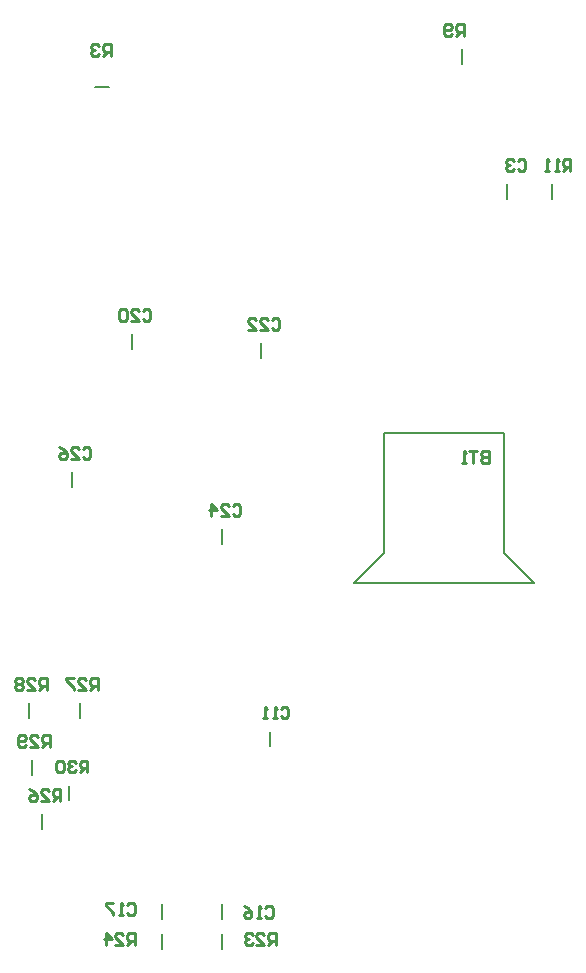
<source format=gbo>
%FSLAX25Y25*%
%MOIN*%
G70*
G01*
G75*
G04 Layer_Color=32896*
%ADD10R,0.07874X0.03937*%
%ADD11C,0.03937*%
%ADD12O,0.02756X0.09843*%
%ADD13R,0.03248X0.01181*%
%ADD14R,0.01181X0.03248*%
%ADD15R,0.04724X0.05512*%
%ADD16R,0.04528X0.02362*%
%ADD17R,0.20276X0.09252*%
%ADD18R,0.05512X0.04724*%
%ADD19R,0.02362X0.04528*%
%ADD20R,0.11221X0.08465*%
%ADD21R,0.08465X0.11221*%
%ADD22R,0.04134X0.09449*%
%ADD23R,0.41929X0.35039*%
%ADD24R,0.12992X0.09449*%
%ADD25R,0.03937X0.09449*%
%ADD26O,0.08858X0.02362*%
%ADD27R,0.09449X0.04134*%
%ADD28R,0.35039X0.41929*%
%ADD29R,0.06693X0.06693*%
%ADD30O,0.00984X0.06102*%
%ADD31O,0.06102X0.00984*%
%ADD32C,0.01500*%
%ADD33C,0.03000*%
%ADD34C,0.03937*%
%ADD35C,0.01000*%
%ADD36C,0.02000*%
%ADD37C,0.07874*%
%ADD38C,0.11811*%
%ADD39C,0.11811*%
%ADD40C,0.04724*%
%ADD41C,0.05906*%
%ADD42R,0.05906X0.05906*%
%ADD43C,0.11000*%
%ADD44C,0.06299*%
%ADD45C,0.15748*%
%ADD46R,0.04724X0.04724*%
%ADD47R,0.07874X0.07874*%
%ADD48C,0.07874*%
%ADD49O,0.07874X0.03937*%
%ADD50O,0.07874X0.03937*%
%ADD51C,0.06693*%
%ADD52C,0.09000*%
%ADD53C,0.02000*%
%ADD54C,0.03800*%
%ADD55C,0.02500*%
%ADD56C,0.05000*%
%ADD57C,0.02800*%
%ADD58C,0.04000*%
%ADD59R,0.11811X0.11811*%
%ADD60C,0.19685*%
%ADD61C,0.00984*%
%ADD62C,0.02362*%
%ADD63C,0.00787*%
%ADD64C,0.00800*%
%ADD65R,0.08674X0.04737*%
%ADD66C,0.04737*%
%ADD67O,0.03556X0.10642*%
%ADD68R,0.04048X0.01981*%
%ADD69R,0.01981X0.04048*%
%ADD70R,0.05524X0.06312*%
%ADD71R,0.05328X0.03162*%
%ADD72R,0.21076X0.10052*%
%ADD73R,0.06312X0.05524*%
%ADD74R,0.03162X0.05328*%
%ADD75R,0.12020X0.09265*%
%ADD76R,0.09265X0.12020*%
%ADD77R,0.04934X0.10249*%
%ADD78R,0.42729X0.35839*%
%ADD79R,0.13792X0.10249*%
%ADD80R,0.04737X0.10249*%
%ADD81O,0.09658X0.03162*%
%ADD82R,0.10249X0.04934*%
%ADD83R,0.35839X0.42729*%
%ADD84R,0.07493X0.07493*%
%ADD85O,0.01784X0.06902*%
%ADD86O,0.06902X0.01784*%
%ADD87C,0.12611*%
%ADD88C,0.05524*%
%ADD89C,0.06706*%
%ADD90R,0.06706X0.06706*%
%ADD91C,0.11800*%
%ADD92C,0.07099*%
%ADD93C,0.16548*%
%ADD94R,0.05524X0.05524*%
%ADD95R,0.08674X0.08674*%
%ADD96C,0.08674*%
%ADD97O,0.08674X0.04737*%
%ADD98O,0.08674X0.04737*%
%ADD99C,0.07493*%
%ADD100C,0.09800*%
%ADD101C,0.04600*%
%ADD102C,0.03300*%
%ADD103C,0.05800*%
%ADD104C,0.03600*%
%ADD105C,0.04800*%
%ADD106R,0.12611X0.12611*%
D35*
X449000Y338436D02*
Y334500D01*
X447032D01*
X446376Y335156D01*
Y335812D01*
X447032Y336468D01*
X449000D01*
X447032D01*
X446376Y337124D01*
Y337780D01*
X447032Y338436D01*
X449000D01*
X445064D02*
X442440D01*
X443752D01*
Y334500D01*
X441128D02*
X439817D01*
X440473D01*
Y338436D01*
X441128Y337780D01*
X458476Y435180D02*
X459132Y435836D01*
X460444D01*
X461100Y435180D01*
Y432556D01*
X460444Y431900D01*
X459132D01*
X458476Y432556D01*
X457164Y435180D02*
X456508Y435836D01*
X455196D01*
X454540Y435180D01*
Y434524D01*
X455196Y433868D01*
X455852D01*
X455196D01*
X454540Y433212D01*
Y432556D01*
X455196Y431900D01*
X456508D01*
X457164Y432556D01*
X379476Y252680D02*
X380132Y253336D01*
X381444D01*
X382100Y252680D01*
Y250056D01*
X381444Y249400D01*
X380132D01*
X379476Y250056D01*
X378164Y249400D02*
X376852D01*
X377508D01*
Y253336D01*
X378164Y252680D01*
X374885Y249400D02*
X373573D01*
X374229D01*
Y253336D01*
X374885Y252680D01*
X374376Y186280D02*
X375032Y186936D01*
X376344D01*
X377000Y186280D01*
Y183656D01*
X376344Y183000D01*
X375032D01*
X374376Y183656D01*
X373064Y183000D02*
X371752D01*
X372408D01*
Y186936D01*
X373064Y186280D01*
X367161Y186936D02*
X368473Y186280D01*
X369784Y184968D01*
Y183656D01*
X369128Y183000D01*
X367817D01*
X367161Y183656D01*
Y184312D01*
X367817Y184968D01*
X369784D01*
X328376Y187280D02*
X329032Y187936D01*
X330344D01*
X331000Y187280D01*
Y184656D01*
X330344Y184000D01*
X329032D01*
X328376Y184656D01*
X327064Y184000D02*
X325752D01*
X326408D01*
Y187936D01*
X327064Y187280D01*
X323784Y187936D02*
X321161D01*
Y187280D01*
X323784Y184656D01*
Y184000D01*
X333476Y385180D02*
X334132Y385836D01*
X335444D01*
X336100Y385180D01*
Y382556D01*
X335444Y381900D01*
X334132D01*
X333476Y382556D01*
X329540Y381900D02*
X332164D01*
X329540Y384524D01*
Y385180D01*
X330196Y385836D01*
X331508D01*
X332164Y385180D01*
X328228D02*
X327573Y385836D01*
X326261D01*
X325605Y385180D01*
Y382556D01*
X326261Y381900D01*
X327573D01*
X328228Y382556D01*
Y385180D01*
X376476Y382180D02*
X377132Y382836D01*
X378444D01*
X379100Y382180D01*
Y379556D01*
X378444Y378900D01*
X377132D01*
X376476Y379556D01*
X372540Y378900D02*
X375164D01*
X372540Y381524D01*
Y382180D01*
X373196Y382836D01*
X374508D01*
X375164Y382180D01*
X368605Y378900D02*
X371229D01*
X368605Y381524D01*
Y382180D01*
X369261Y382836D01*
X370573D01*
X371229Y382180D01*
X363476Y320180D02*
X364132Y320836D01*
X365444D01*
X366100Y320180D01*
Y317556D01*
X365444Y316900D01*
X364132D01*
X363476Y317556D01*
X359540Y316900D02*
X362164D01*
X359540Y319524D01*
Y320180D01*
X360196Y320836D01*
X361508D01*
X362164Y320180D01*
X356261Y316900D02*
Y320836D01*
X358228Y318868D01*
X355605D01*
X313476Y339180D02*
X314132Y339836D01*
X315444D01*
X316100Y339180D01*
Y336556D01*
X315444Y335900D01*
X314132D01*
X313476Y336556D01*
X309540Y335900D02*
X312164D01*
X309540Y338524D01*
Y339180D01*
X310196Y339836D01*
X311508D01*
X312164Y339180D01*
X305605Y339836D02*
X306917Y339180D01*
X308228Y337868D01*
Y336556D01*
X307573Y335900D01*
X306261D01*
X305605Y336556D01*
Y337212D01*
X306261Y337868D01*
X308228D01*
X322900Y470100D02*
Y474036D01*
X320932D01*
X320276Y473380D01*
Y472068D01*
X320932Y471412D01*
X322900D01*
X321588D02*
X320276Y470100D01*
X318964Y473380D02*
X318308Y474036D01*
X316996D01*
X316340Y473380D01*
Y472724D01*
X316996Y472068D01*
X317652D01*
X316996D01*
X316340Y471412D01*
Y470756D01*
X316996Y470100D01*
X318308D01*
X318964Y470756D01*
X440500Y476900D02*
Y480836D01*
X438532D01*
X437876Y480180D01*
Y478868D01*
X438532Y478212D01*
X440500D01*
X439188D02*
X437876Y476900D01*
X436564Y477556D02*
X435908Y476900D01*
X434596D01*
X433940Y477556D01*
Y480180D01*
X434596Y480836D01*
X435908D01*
X436564Y480180D01*
Y479524D01*
X435908Y478868D01*
X433940D01*
X476100Y431900D02*
Y435836D01*
X474132D01*
X473476Y435180D01*
Y433868D01*
X474132Y433212D01*
X476100D01*
X474788D02*
X473476Y431900D01*
X472164D02*
X470852D01*
X471508D01*
Y435836D01*
X472164Y435180D01*
X468885Y431900D02*
X467573D01*
X468228D01*
Y435836D01*
X468885Y435180D01*
X378000Y174000D02*
Y177936D01*
X376032D01*
X375376Y177280D01*
Y175968D01*
X376032Y175312D01*
X378000D01*
X376688D02*
X375376Y174000D01*
X371440D02*
X374064D01*
X371440Y176624D01*
Y177280D01*
X372096Y177936D01*
X373408D01*
X374064Y177280D01*
X370128D02*
X369473Y177936D01*
X368161D01*
X367505Y177280D01*
Y176624D01*
X368161Y175968D01*
X368817D01*
X368161D01*
X367505Y175312D01*
Y174656D01*
X368161Y174000D01*
X369473D01*
X370128Y174656D01*
X331000Y173783D02*
Y177719D01*
X329032D01*
X328376Y177063D01*
Y175751D01*
X329032Y175095D01*
X331000D01*
X329688D02*
X328376Y173783D01*
X324440D02*
X327064D01*
X324440Y176407D01*
Y177063D01*
X325096Y177719D01*
X326408D01*
X327064Y177063D01*
X321161Y173783D02*
Y177719D01*
X323129Y175751D01*
X320505D01*
X306100Y221900D02*
Y225836D01*
X304132D01*
X303476Y225180D01*
Y223868D01*
X304132Y223212D01*
X306100D01*
X304788D02*
X303476Y221900D01*
X299540D02*
X302164D01*
X299540Y224524D01*
Y225180D01*
X300196Y225836D01*
X301508D01*
X302164Y225180D01*
X295605Y225836D02*
X296917Y225180D01*
X298229Y223868D01*
Y222556D01*
X297573Y221900D01*
X296261D01*
X295605Y222556D01*
Y223212D01*
X296261Y223868D01*
X298229D01*
X318600Y258900D02*
Y262836D01*
X316632D01*
X315976Y262180D01*
Y260868D01*
X316632Y260212D01*
X318600D01*
X317288D02*
X315976Y258900D01*
X312040D02*
X314664D01*
X312040Y261524D01*
Y262180D01*
X312696Y262836D01*
X314008D01*
X314664Y262180D01*
X310729Y262836D02*
X308105D01*
Y262180D01*
X310729Y259556D01*
Y258900D01*
X301600D02*
Y262836D01*
X299632D01*
X298976Y262180D01*
Y260868D01*
X299632Y260212D01*
X301600D01*
X300288D02*
X298976Y258900D01*
X295040D02*
X297664D01*
X295040Y261524D01*
Y262180D01*
X295696Y262836D01*
X297008D01*
X297664Y262180D01*
X293728D02*
X293073Y262836D01*
X291761D01*
X291105Y262180D01*
Y261524D01*
X291761Y260868D01*
X291105Y260212D01*
Y259556D01*
X291761Y258900D01*
X293073D01*
X293728Y259556D01*
Y260212D01*
X293073Y260868D01*
X293728Y261524D01*
Y262180D01*
X293073Y260868D02*
X291761D01*
X302600Y239900D02*
Y243836D01*
X300632D01*
X299976Y243180D01*
Y241868D01*
X300632Y241212D01*
X302600D01*
X301288D02*
X299976Y239900D01*
X296040D02*
X298664D01*
X296040Y242524D01*
Y243180D01*
X296696Y243836D01*
X298008D01*
X298664Y243180D01*
X294728Y240556D02*
X294073Y239900D01*
X292761D01*
X292105Y240556D01*
Y243180D01*
X292761Y243836D01*
X294073D01*
X294728Y243180D01*
Y242524D01*
X294073Y241868D01*
X292105D01*
X315100Y231400D02*
Y235336D01*
X313132D01*
X312476Y234680D01*
Y233368D01*
X313132Y232712D01*
X315100D01*
X313788D02*
X312476Y231400D01*
X311164Y234680D02*
X310508Y235336D01*
X309196D01*
X308540Y234680D01*
Y234024D01*
X309196Y233368D01*
X309852D01*
X309196D01*
X308540Y232712D01*
Y232056D01*
X309196Y231400D01*
X310508D01*
X311164Y232056D01*
X307228Y234680D02*
X306573Y235336D01*
X305261D01*
X304605Y234680D01*
Y232056D01*
X305261Y231400D01*
X306573D01*
X307228Y232056D01*
Y234680D01*
D63*
X376000Y240138D02*
Y244862D01*
X404000Y294500D02*
X464000D01*
X454000Y304500D02*
X464000Y294500D01*
X454000Y304500D02*
Y344500D01*
X414000D02*
X454000D01*
X414000Y304500D02*
Y344500D01*
X404000Y294500D02*
X414000Y304500D01*
X310000Y326638D02*
Y331362D01*
X360000Y307638D02*
Y312362D01*
X373000Y369638D02*
Y374362D01*
X330000Y372638D02*
Y377362D01*
X317638Y460000D02*
X322362D01*
X470000Y422638D02*
Y427362D01*
X440000Y467638D02*
Y472362D01*
X455000Y422638D02*
Y427362D01*
X309000Y222138D02*
Y226862D01*
X296500Y230638D02*
Y235362D01*
X295500Y249638D02*
Y254362D01*
X312500Y249638D02*
Y254362D01*
X300000Y212638D02*
Y217362D01*
X360000Y182638D02*
Y187362D01*
X340000Y182638D02*
Y187362D01*
Y172638D02*
Y177362D01*
X360000Y172638D02*
Y177362D01*
M02*

</source>
